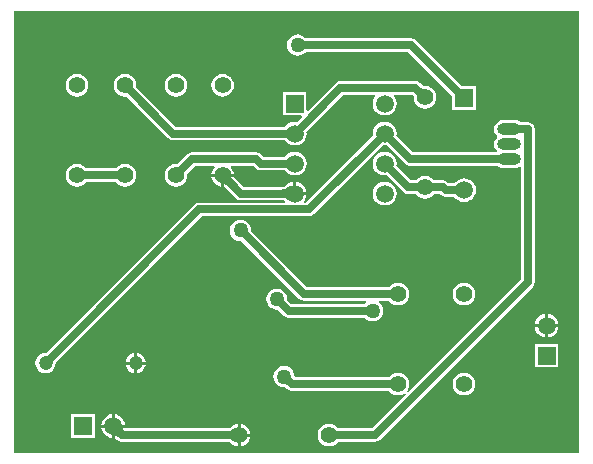
<source format=gbl>
%FSLAX25Y25*%
%MOIN*%
G70*
G01*
G75*
G04 Layer_Physical_Order=2*
G04 Layer_Color=16711680*
%ADD10C,0.02500*%
%ADD11R,0.05906X0.05906*%
%ADD12O,0.08661X0.02362*%
%ADD13R,0.02362X0.01969*%
%ADD14C,0.01000*%
%ADD15C,0.05512*%
%ADD16C,0.04724*%
%ADD17O,0.07874X0.03937*%
%ADD18O,0.07874X0.03937*%
%ADD19R,0.05906X0.05906*%
%ADD20C,0.05906*%
%ADD21C,0.05000*%
G36*
X294971Y103029D02*
X106529D01*
Y250471D01*
X294971D01*
Y103029D01*
D02*
G37*
%LPC*%
G36*
X287953Y139453D02*
X280047D01*
Y131547D01*
X287953D01*
Y139453D01*
D02*
G37*
G36*
X150325Y132500D02*
X147500D01*
Y129675D01*
X147878Y129724D01*
X148696Y130063D01*
X149398Y130602D01*
X149937Y131304D01*
X150276Y132122D01*
X150325Y132500D01*
D02*
G37*
G36*
X146500D02*
X143675D01*
X143724Y132122D01*
X144063Y131304D01*
X144602Y130602D01*
X145304Y130063D01*
X146122Y129724D01*
X146500Y129675D01*
Y132500D01*
D02*
G37*
G36*
Y136325D02*
X146122Y136276D01*
X145304Y135937D01*
X144602Y135398D01*
X144063Y134696D01*
X143724Y133878D01*
X143675Y133500D01*
X146500D01*
Y136325D01*
D02*
G37*
G36*
X287921Y145000D02*
X284500D01*
Y141579D01*
X285032Y141649D01*
X285993Y142047D01*
X286819Y142681D01*
X287453Y143507D01*
X287851Y144468D01*
X287921Y145000D01*
D02*
G37*
G36*
X283500D02*
X280079D01*
X280149Y144468D01*
X280547Y143507D01*
X281181Y142681D01*
X282007Y142047D01*
X282968Y141649D01*
X283500Y141579D01*
Y145000D01*
D02*
G37*
G36*
X147500Y136325D02*
Y133500D01*
X150325D01*
X150276Y133878D01*
X149937Y134696D01*
X149398Y135398D01*
X148696Y135937D01*
X147878Y136276D01*
X147500Y136325D01*
D02*
G37*
G36*
X256500Y129788D02*
X255520Y129659D01*
X254606Y129281D01*
X253821Y128679D01*
X253219Y127894D01*
X252841Y126980D01*
X252712Y126000D01*
X252841Y125020D01*
X253219Y124106D01*
X253821Y123321D01*
X254606Y122719D01*
X255520Y122341D01*
X256500Y122212D01*
X257481Y122341D01*
X258394Y122719D01*
X259179Y123321D01*
X259781Y124106D01*
X260159Y125020D01*
X260288Y126000D01*
X260159Y126980D01*
X259781Y127894D01*
X259179Y128679D01*
X258394Y129281D01*
X257481Y129659D01*
X256500Y129788D01*
D02*
G37*
G36*
X139000Y111500D02*
X135579D01*
X135649Y110968D01*
X136047Y110007D01*
X136681Y109181D01*
X137507Y108547D01*
X138468Y108149D01*
X139000Y108079D01*
Y111500D01*
D02*
G37*
G36*
X133453Y115953D02*
X125547D01*
Y108047D01*
X133453D01*
Y115953D01*
D02*
G37*
G36*
X185222Y108500D02*
X182000D01*
Y105278D01*
X182481Y105341D01*
X183394Y105719D01*
X184179Y106321D01*
X184781Y107106D01*
X185159Y108019D01*
X185222Y108500D01*
D02*
G37*
G36*
X182000Y112723D02*
Y109500D01*
X185222D01*
X185159Y109980D01*
X184781Y110894D01*
X184179Y111679D01*
X183394Y112281D01*
X182481Y112659D01*
X182000Y112723D01*
D02*
G37*
G36*
X140000Y115921D02*
Y112500D01*
X143421D01*
X143351Y113032D01*
X142953Y113993D01*
X142319Y114819D01*
X141493Y115453D01*
X140532Y115851D01*
X140000Y115921D01*
D02*
G37*
G36*
X139000D02*
X138468Y115851D01*
X137507Y115453D01*
X136681Y114819D01*
X136047Y113993D01*
X135649Y113032D01*
X135579Y112500D01*
X139000D01*
Y115921D01*
D02*
G37*
G36*
X181000Y112723D02*
X180519Y112659D01*
X179606Y112281D01*
X178821Y111679D01*
X178526Y111294D01*
X143773D01*
X143593Y111500D01*
X140000D01*
Y108079D01*
X140156Y108099D01*
X140878Y107378D01*
X141622Y106880D01*
X142500Y106706D01*
X178526D01*
X178821Y106321D01*
X179606Y105719D01*
X180519Y105341D01*
X181000Y105278D01*
Y109000D01*
Y112723D01*
D02*
G37*
G36*
X273468Y213994D02*
X269531D01*
X268757Y213892D01*
X268034Y213593D01*
X267414Y213117D01*
X266938Y212497D01*
X266639Y211775D01*
X266537Y211000D01*
X266639Y210225D01*
X266938Y209503D01*
X267414Y208883D01*
X267587Y208750D01*
Y208250D01*
X267414Y208117D01*
X266938Y207497D01*
X266639Y206775D01*
X266537Y206000D01*
X266639Y205225D01*
X266938Y204503D01*
X267414Y203883D01*
X267565Y203768D01*
X267404Y203294D01*
X239450D01*
X233900Y208844D01*
X233987Y209500D01*
X233851Y210532D01*
X233453Y211493D01*
X232819Y212319D01*
X231993Y212953D01*
X231032Y213351D01*
X230000Y213487D01*
X228968Y213351D01*
X228007Y212953D01*
X227181Y212319D01*
X226547Y211493D01*
X226149Y210532D01*
X226013Y209500D01*
X226099Y208844D01*
X203750Y186494D01*
X203241D01*
X203020Y186943D01*
X203453Y187507D01*
X203851Y188468D01*
X203921Y189000D01*
X200000D01*
Y189500D01*
X199500D01*
Y193421D01*
X198968Y193351D01*
X198007Y192953D01*
X197181Y192319D01*
X196778Y191794D01*
X183001D01*
X179744Y195051D01*
X176500D01*
Y191807D01*
X180429Y187878D01*
X181173Y187381D01*
X182051Y187206D01*
X196636D01*
X196901Y186781D01*
X196759Y186494D01*
X168200D01*
X167322Y186319D01*
X166578Y185822D01*
X117130Y136374D01*
X117000Y136391D01*
X116122Y136276D01*
X115304Y135937D01*
X114602Y135398D01*
X114063Y134696D01*
X113724Y133878D01*
X113609Y133000D01*
X113724Y132122D01*
X114063Y131304D01*
X114602Y130602D01*
X115304Y130063D01*
X116122Y129724D01*
X117000Y129609D01*
X117878Y129724D01*
X118696Y130063D01*
X119398Y130602D01*
X119937Y131304D01*
X120276Y132122D01*
X120391Y133000D01*
X120374Y133130D01*
X169150Y181906D01*
X204700D01*
X205578Y182080D01*
X206322Y182578D01*
X206322Y182578D01*
X206322Y182578D01*
X229344Y205599D01*
X230000Y205513D01*
X230656Y205599D01*
X236878Y199378D01*
X237622Y198881D01*
X238500Y198706D01*
X267645D01*
X268034Y198407D01*
X268757Y198108D01*
X269531Y198006D01*
X273468D01*
X274243Y198108D01*
X274966Y198407D01*
X275406Y198190D01*
Y160950D01*
X237909Y123453D01*
X237533Y123783D01*
X237781Y124106D01*
X238159Y125020D01*
X238288Y126000D01*
X238159Y126980D01*
X237781Y127894D01*
X237179Y128679D01*
X236394Y129281D01*
X235480Y129659D01*
X234500Y129788D01*
X233520Y129659D01*
X232606Y129281D01*
X231821Y128679D01*
X231526Y128294D01*
X200211D01*
X200030Y128500D01*
X199910Y129414D01*
X199557Y130265D01*
X198996Y130996D01*
X198265Y131557D01*
X197414Y131910D01*
X196500Y132030D01*
X195586Y131910D01*
X194735Y131557D01*
X194004Y130996D01*
X193443Y130265D01*
X193090Y129414D01*
X192970Y128500D01*
X193090Y127586D01*
X193443Y126735D01*
X194004Y126004D01*
X194735Y125443D01*
X195586Y125090D01*
X196500Y124970D01*
X196753Y125003D01*
X197378Y124378D01*
X197378D01*
X197378Y124378D01*
X197378Y124378D01*
Y124378D01*
X198122Y123881D01*
X199000Y123706D01*
X231526D01*
X231821Y123321D01*
X232606Y122719D01*
X233520Y122341D01*
X234500Y122212D01*
X235480Y122341D01*
X236394Y122719D01*
X236717Y122967D01*
X237047Y122591D01*
X225750Y111294D01*
X214474D01*
X214179Y111679D01*
X213394Y112281D01*
X212480Y112659D01*
X211500Y112788D01*
X210520Y112659D01*
X209606Y112281D01*
X208821Y111679D01*
X208219Y110894D01*
X207841Y109980D01*
X207712Y109000D01*
X207841Y108019D01*
X208219Y107106D01*
X208821Y106321D01*
X209606Y105719D01*
X210520Y105341D01*
X211500Y105212D01*
X212480Y105341D01*
X213394Y105719D01*
X214179Y106321D01*
X214474Y106706D01*
X226700D01*
X227578Y106880D01*
X228322Y107378D01*
X279322Y158378D01*
X279322Y158378D01*
X279322Y158378D01*
X279819Y159122D01*
X279994Y160000D01*
Y211000D01*
X279819Y211878D01*
X279322Y212622D01*
X278578Y213120D01*
X277700Y213294D01*
X275355D01*
X274966Y213593D01*
X274243Y213892D01*
X273468Y213994D01*
D02*
G37*
G36*
X201000Y242530D02*
X200086Y242410D01*
X199235Y242057D01*
X198504Y241496D01*
X197943Y240765D01*
X197590Y239914D01*
X197470Y239000D01*
X197590Y238086D01*
X197943Y237235D01*
X198504Y236504D01*
X199235Y235943D01*
X200086Y235590D01*
X201000Y235470D01*
X201914Y235590D01*
X202765Y235943D01*
X203496Y236504D01*
X203651Y236706D01*
X237904D01*
X252547Y222063D01*
Y217402D01*
X260453D01*
Y225307D01*
X255792D01*
X240477Y240622D01*
X239732Y241120D01*
X238854Y241294D01*
X203651D01*
X203496Y241496D01*
X202765Y242057D01*
X201914Y242410D01*
X201000Y242530D01*
D02*
G37*
G36*
X143500Y199339D02*
X142519Y199210D01*
X141606Y198832D01*
X140821Y198230D01*
X140526Y197845D01*
X130474D01*
X130179Y198230D01*
X129394Y198832D01*
X128481Y199210D01*
X127500Y199339D01*
X126520Y199210D01*
X125606Y198832D01*
X124821Y198230D01*
X124219Y197445D01*
X123841Y196532D01*
X123712Y195551D01*
X123841Y194571D01*
X124219Y193657D01*
X124821Y192873D01*
X125606Y192270D01*
X126520Y191892D01*
X127500Y191763D01*
X128481Y191892D01*
X129394Y192270D01*
X130179Y192873D01*
X130474Y193257D01*
X140526D01*
X140821Y192873D01*
X141606Y192270D01*
X142519Y191892D01*
X143500Y191763D01*
X144481Y191892D01*
X145394Y192270D01*
X146179Y192873D01*
X146781Y193657D01*
X147159Y194571D01*
X147288Y195551D01*
X147159Y196532D01*
X146781Y197445D01*
X146179Y198230D01*
X145394Y198832D01*
X144481Y199210D01*
X143500Y199339D01*
D02*
G37*
G36*
X200000Y203487D02*
X198968Y203351D01*
X198007Y202953D01*
X197181Y202319D01*
X196778Y201794D01*
X189650D01*
X188822Y202622D01*
X188078Y203119D01*
X187200Y203294D01*
X165949D01*
X165071Y203119D01*
X164327Y202622D01*
X160981Y199276D01*
X160500Y199339D01*
X159520Y199210D01*
X158606Y198832D01*
X157821Y198230D01*
X157219Y197445D01*
X156841Y196532D01*
X156712Y195551D01*
X156841Y194571D01*
X157219Y193657D01*
X157821Y192873D01*
X158606Y192270D01*
X159520Y191892D01*
X160500Y191763D01*
X161480Y191892D01*
X162394Y192270D01*
X163179Y192873D01*
X163781Y193657D01*
X164159Y194571D01*
X164288Y195551D01*
X164225Y196032D01*
X166899Y198706D01*
X173164D01*
X173325Y198232D01*
X173321Y198230D01*
X172719Y197445D01*
X172341Y196532D01*
X172277Y196051D01*
X179722D01*
X179659Y196532D01*
X179281Y197445D01*
X178679Y198230D01*
X178675Y198232D01*
X178836Y198706D01*
X186250D01*
X187078Y197878D01*
X187078D01*
X187078Y197878D01*
X187078Y197878D01*
Y197878D01*
X187822Y197380D01*
X188700Y197206D01*
X196778D01*
X197181Y196681D01*
X198007Y196047D01*
X198968Y195649D01*
X200000Y195513D01*
X201032Y195649D01*
X201993Y196047D01*
X202819Y196681D01*
X203453Y197507D01*
X203851Y198468D01*
X203987Y199500D01*
X203851Y200532D01*
X203453Y201493D01*
X202819Y202319D01*
X201993Y202953D01*
X201032Y203351D01*
X200000Y203487D01*
D02*
G37*
G36*
X160500Y229340D02*
X159520Y229210D01*
X158606Y228832D01*
X157821Y228230D01*
X157219Y227445D01*
X156841Y226532D01*
X156712Y225551D01*
X156841Y224571D01*
X157219Y223657D01*
X157821Y222872D01*
X158606Y222270D01*
X159520Y221892D01*
X160500Y221763D01*
X161480Y221892D01*
X162394Y222270D01*
X163179Y222872D01*
X163781Y223657D01*
X164159Y224571D01*
X164288Y225551D01*
X164159Y226532D01*
X163781Y227445D01*
X163179Y228230D01*
X162394Y228832D01*
X161480Y229210D01*
X160500Y229340D01*
D02*
G37*
G36*
X176000D02*
X175020Y229210D01*
X174106Y228832D01*
X173321Y228230D01*
X172719Y227445D01*
X172341Y226532D01*
X172212Y225551D01*
X172341Y224571D01*
X172719Y223657D01*
X173321Y222872D01*
X174106Y222270D01*
X175020Y221892D01*
X176000Y221763D01*
X176980Y221892D01*
X177894Y222270D01*
X178679Y222872D01*
X179281Y223657D01*
X179659Y224571D01*
X179788Y225551D01*
X179659Y226532D01*
X179281Y227445D01*
X178679Y228230D01*
X177894Y228832D01*
X176980Y229210D01*
X176000Y229340D01*
D02*
G37*
G36*
X143500D02*
X142519Y229210D01*
X141606Y228832D01*
X140821Y228230D01*
X140219Y227445D01*
X139841Y226532D01*
X139712Y225551D01*
X139841Y224571D01*
X140219Y223657D01*
X140821Y222872D01*
X141606Y222270D01*
X142519Y221892D01*
X143500Y221763D01*
X143981Y221826D01*
X157929Y207878D01*
X157929D01*
X157929Y207878D01*
X157929Y207878D01*
Y207878D01*
X158673Y207381D01*
X159551Y207206D01*
X196778D01*
X197181Y206681D01*
X198007Y206047D01*
X198968Y205649D01*
X200000Y205513D01*
X201032Y205649D01*
X201993Y206047D01*
X202819Y206681D01*
X203453Y207507D01*
X203851Y208468D01*
X203987Y209500D01*
X203901Y210156D01*
X216250Y222506D01*
X226759D01*
X226980Y222058D01*
X226547Y221493D01*
X226149Y220532D01*
X226013Y219500D01*
X226149Y218468D01*
X226547Y217507D01*
X227181Y216681D01*
X228007Y216047D01*
X228968Y215649D01*
X230000Y215513D01*
X231032Y215649D01*
X231993Y216047D01*
X232819Y216681D01*
X233453Y217507D01*
X233851Y218468D01*
X233987Y219500D01*
X233851Y220532D01*
X233453Y221493D01*
X233020Y222058D01*
X233241Y222506D01*
X239301D01*
X239775Y222032D01*
X239712Y221551D01*
X239841Y220571D01*
X240219Y219657D01*
X240821Y218872D01*
X241606Y218270D01*
X242519Y217892D01*
X243500Y217763D01*
X244480Y217892D01*
X245394Y218270D01*
X246179Y218872D01*
X246781Y219657D01*
X247159Y220571D01*
X247288Y221551D01*
X247159Y222532D01*
X246781Y223445D01*
X246179Y224230D01*
X245394Y224832D01*
X244480Y225210D01*
X243500Y225340D01*
X243019Y225276D01*
X241873Y226422D01*
X241129Y226920D01*
X240251Y227094D01*
X215300D01*
X214422Y226920D01*
X213678Y226422D01*
X204415Y217159D01*
X203953Y217350D01*
Y223453D01*
X196047D01*
Y215547D01*
X202150D01*
X202341Y215085D01*
X200656Y213401D01*
X200000Y213487D01*
X198968Y213351D01*
X198007Y212953D01*
X197181Y212319D01*
X196778Y211794D01*
X160501D01*
X147225Y225071D01*
X147288Y225551D01*
X147159Y226532D01*
X146781Y227445D01*
X146179Y228230D01*
X145394Y228832D01*
X144481Y229210D01*
X143500Y229340D01*
D02*
G37*
G36*
X127500D02*
X126520Y229210D01*
X125606Y228832D01*
X124821Y228230D01*
X124219Y227445D01*
X123841Y226532D01*
X123712Y225551D01*
X123841Y224571D01*
X124219Y223657D01*
X124821Y222872D01*
X125606Y222270D01*
X126520Y221892D01*
X127500Y221763D01*
X128481Y221892D01*
X129394Y222270D01*
X130179Y222872D01*
X130781Y223657D01*
X131159Y224571D01*
X131288Y225551D01*
X131159Y226532D01*
X130781Y227445D01*
X130179Y228230D01*
X129394Y228832D01*
X128481Y229210D01*
X127500Y229340D01*
D02*
G37*
G36*
X256500Y159788D02*
X255520Y159659D01*
X254606Y159281D01*
X253821Y158679D01*
X253219Y157894D01*
X252841Y156981D01*
X252712Y156000D01*
X252841Y155019D01*
X253219Y154106D01*
X253821Y153321D01*
X254606Y152719D01*
X255520Y152341D01*
X256500Y152212D01*
X257481Y152341D01*
X258394Y152719D01*
X259179Y153321D01*
X259781Y154106D01*
X260159Y155019D01*
X260288Y156000D01*
X260159Y156981D01*
X259781Y157894D01*
X259179Y158679D01*
X258394Y159281D01*
X257481Y159659D01*
X256500Y159788D01*
D02*
G37*
G36*
X182000Y180730D02*
X181086Y180610D01*
X180235Y180257D01*
X179504Y179696D01*
X178943Y178965D01*
X178590Y178114D01*
X178470Y177200D01*
X178590Y176286D01*
X178943Y175435D01*
X179504Y174704D01*
X180235Y174143D01*
X181086Y173790D01*
X182000Y173670D01*
X182253Y173703D01*
X201578Y154378D01*
X202322Y153881D01*
X203200Y153706D01*
X223813D01*
X223973Y153232D01*
X223535Y152896D01*
X223380Y152694D01*
X198950D01*
X197597Y154047D01*
X197630Y154300D01*
X197510Y155214D01*
X197157Y156065D01*
X196596Y156796D01*
X195865Y157357D01*
X195014Y157710D01*
X194100Y157830D01*
X193186Y157710D01*
X192335Y157357D01*
X191604Y156796D01*
X191043Y156065D01*
X190690Y155214D01*
X190570Y154300D01*
X190690Y153386D01*
X191043Y152535D01*
X191604Y151804D01*
X192335Y151243D01*
X193186Y150890D01*
X194100Y150770D01*
X194353Y150803D01*
X196378Y148778D01*
X196378D01*
X196378Y148778D01*
X196378Y148778D01*
Y148778D01*
X197122Y148281D01*
X198000Y148106D01*
X223380D01*
X223535Y147904D01*
X224266Y147343D01*
X225118Y146990D01*
X226031Y146870D01*
X226945Y146990D01*
X227797Y147343D01*
X228528Y147904D01*
X229089Y148635D01*
X229441Y149486D01*
X229562Y150400D01*
X229441Y151314D01*
X229089Y152165D01*
X228528Y152896D01*
X228089Y153232D01*
X228250Y153706D01*
X231526D01*
X231821Y153321D01*
X232606Y152719D01*
X233520Y152341D01*
X234500Y152212D01*
X235480Y152341D01*
X236394Y152719D01*
X237179Y153321D01*
X237781Y154106D01*
X238159Y155019D01*
X238288Y156000D01*
X238159Y156981D01*
X237781Y157894D01*
X237179Y158679D01*
X236394Y159281D01*
X235480Y159659D01*
X234500Y159788D01*
X233520Y159659D01*
X232606Y159281D01*
X231821Y158679D01*
X231526Y158294D01*
X204150D01*
X185497Y176947D01*
X185530Y177200D01*
X185410Y178114D01*
X185057Y178965D01*
X184496Y179696D01*
X183765Y180257D01*
X182914Y180610D01*
X182000Y180730D01*
D02*
G37*
G36*
X283500Y149421D02*
X282968Y149351D01*
X282007Y148953D01*
X281181Y148319D01*
X280547Y147493D01*
X280149Y146532D01*
X280079Y146000D01*
X283500D01*
Y149421D01*
D02*
G37*
G36*
X284500D02*
Y146000D01*
X287921D01*
X287851Y146532D01*
X287453Y147493D01*
X286819Y148319D01*
X285993Y148953D01*
X285032Y149351D01*
X284500Y149421D01*
D02*
G37*
G36*
X200500Y193421D02*
Y190000D01*
X203921D01*
X203851Y190532D01*
X203453Y191493D01*
X202819Y192319D01*
X201993Y192953D01*
X201032Y193351D01*
X200500Y193421D01*
D02*
G37*
G36*
X175500Y195051D02*
X172277D01*
X172341Y194571D01*
X172719Y193657D01*
X173321Y192873D01*
X174106Y192270D01*
X175020Y191892D01*
X175500Y191829D01*
Y195051D01*
D02*
G37*
G36*
X230000Y193487D02*
X228968Y193351D01*
X228007Y192953D01*
X227181Y192319D01*
X226547Y191493D01*
X226149Y190532D01*
X226013Y189500D01*
X226149Y188468D01*
X226547Y187507D01*
X227181Y186681D01*
X228007Y186047D01*
X228968Y185649D01*
X230000Y185513D01*
X231032Y185649D01*
X231993Y186047D01*
X232819Y186681D01*
X233453Y187507D01*
X233851Y188468D01*
X233987Y189500D01*
X233851Y190532D01*
X233453Y191493D01*
X232819Y192319D01*
X231993Y192953D01*
X231032Y193351D01*
X230000Y193487D01*
D02*
G37*
G36*
Y203487D02*
X228968Y203351D01*
X228007Y202953D01*
X227181Y202319D01*
X226547Y201493D01*
X226149Y200532D01*
X226013Y199500D01*
X226149Y198468D01*
X226547Y197507D01*
X227181Y196681D01*
X228007Y196047D01*
X228968Y195649D01*
X230000Y195513D01*
X230656Y195599D01*
X236327Y189929D01*
X237071Y189432D01*
X237949Y189257D01*
X240526D01*
X240821Y188873D01*
X241606Y188270D01*
X242519Y187892D01*
X243500Y187763D01*
X244480Y187892D01*
X245394Y188270D01*
X246179Y188873D01*
X246474Y189257D01*
X248550D01*
X248783Y189023D01*
X249528Y188526D01*
X250406Y188352D01*
X253278D01*
X253681Y187827D01*
X254507Y187193D01*
X255468Y186795D01*
X256500Y186659D01*
X257532Y186795D01*
X258493Y187193D01*
X259319Y187827D01*
X259953Y188652D01*
X260351Y189614D01*
X260487Y190646D01*
X260351Y191677D01*
X259953Y192639D01*
X259319Y193465D01*
X258493Y194098D01*
X257532Y194497D01*
X256500Y194632D01*
X255468Y194497D01*
X254507Y194098D01*
X253681Y193465D01*
X253278Y192940D01*
X251356D01*
X251122Y193173D01*
X250378Y193671D01*
X249500Y193845D01*
X246474D01*
X246179Y194230D01*
X245394Y194832D01*
X244480Y195210D01*
X243500Y195340D01*
X242519Y195210D01*
X241606Y194832D01*
X240821Y194230D01*
X240526Y193845D01*
X238899D01*
X233900Y198844D01*
X233987Y199500D01*
X233851Y200532D01*
X233453Y201493D01*
X232819Y202319D01*
X231993Y202953D01*
X231032Y203351D01*
X230000Y203487D01*
D02*
G37*
%LPD*%
D10*
X141203Y112000D02*
G03*
X142407Y109093I4111J0D01*
G01*
X142407Y109093D02*
G03*
X139500Y110297I-2907J-2907D01*
G01*
X198796Y188296D02*
G03*
X195889Y189500I-2907J-2907D01*
G01*
D02*
G03*
X198796Y190704I0J4111D01*
G01*
X180435Y107935D02*
G03*
X177864Y109000I-2571J-2571D01*
G01*
D02*
G03*
X180435Y110065I0J3636D01*
G01*
X177506Y195551D02*
G03*
X178571Y192981I3636J0D01*
G01*
D02*
G03*
X176000Y194045I-2571J-2571D01*
G01*
X141203Y112000D02*
G03*
X142407Y109093I4111J0D01*
G01*
X142407Y109093D02*
G03*
X139500Y110297I-2907J-2907D01*
G01*
X198796Y188296D02*
G03*
X195889Y189500I-2907J-2907D01*
G01*
D02*
G03*
X198796Y190704I0J4111D01*
G01*
X180435Y107935D02*
G03*
X177864Y109000I-2571J-2571D01*
G01*
D02*
G03*
X180435Y110065I0J3636D01*
G01*
X177506Y195551D02*
G03*
X178571Y192981I3636J0D01*
G01*
D02*
G03*
X176000Y194045I-2571J-2571D01*
G01*
X243500Y191551D02*
X249500D01*
X250406Y190646D01*
X256500D01*
X127500Y195551D02*
X143500D01*
X230000Y209500D02*
X238500Y201000D01*
X271500D01*
X143500Y225551D02*
X159551Y209500D01*
X200000D01*
X196500Y128500D02*
X199000Y126000D01*
X234500D01*
X271500Y211000D02*
X277700D01*
Y160000D02*
Y211000D01*
X226700Y109000D02*
X277700Y160000D01*
X211500Y109000D02*
X226700D01*
X204700Y184200D02*
X230000Y209500D01*
X168200Y184200D02*
X204700D01*
X117000Y133000D02*
X168200Y184200D01*
X182000Y177200D02*
X203200Y156000D01*
X234500D01*
X230000Y199500D02*
X237949Y191551D01*
X243500D01*
X194100Y154300D02*
X198000Y150400D01*
X226031D01*
X238854Y239000D02*
X256500Y221354D01*
X201000Y239000D02*
X238854D01*
X160500Y195551D02*
X165949Y201000D01*
X187200D01*
X188700Y199500D01*
X200000D01*
X240251Y224800D02*
X243500Y221551D01*
X215300Y224800D02*
X240251D01*
X200000Y209500D02*
X215300Y224800D01*
X139500Y112000D02*
X142500Y109000D01*
X181500D01*
X176000Y195551D02*
X182051Y189500D01*
X200000D01*
D11*
Y219500D02*
D03*
X129500Y112000D02*
D03*
D15*
X243500Y191551D02*
D03*
Y221551D02*
D03*
X176000Y195551D02*
D03*
Y225551D02*
D03*
X160500D02*
D03*
Y195551D02*
D03*
X127500Y225551D02*
D03*
Y195551D02*
D03*
X143500D02*
D03*
Y225551D02*
D03*
X211500Y109000D02*
D03*
X181500D02*
D03*
X256500Y126000D02*
D03*
Y156000D02*
D03*
X234500D02*
D03*
Y126000D02*
D03*
D16*
X147000Y133000D02*
D03*
X117000D02*
D03*
D17*
X271500Y211000D02*
D03*
Y201000D02*
D03*
D18*
Y206000D02*
D03*
D19*
X256500Y221354D02*
D03*
X284000Y135500D02*
D03*
D20*
X256500Y190646D02*
D03*
X230000Y189500D02*
D03*
Y199500D02*
D03*
Y209500D02*
D03*
Y219500D02*
D03*
X200000Y189500D02*
D03*
Y199500D02*
D03*
Y209500D02*
D03*
X284000Y145500D02*
D03*
X139500Y112000D02*
D03*
D21*
X196500Y128500D02*
D03*
X182000Y177200D02*
D03*
X194100Y154300D02*
D03*
X226031Y150400D02*
D03*
X201000Y239000D02*
D03*
M02*

</source>
